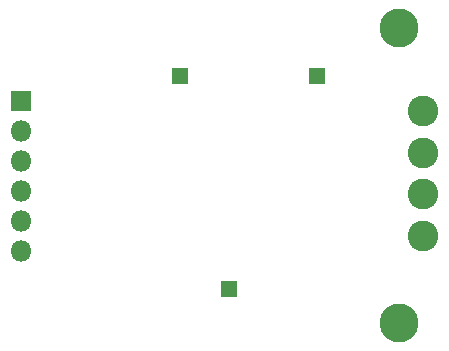
<source format=gbr>
%TF.GenerationSoftware,KiCad,Pcbnew,(5.1.6)-1*%
%TF.CreationDate,2020-11-03T17:55:30-08:00*%
%TF.ProjectId,adc_i2c_iso,6164635f-6932-4635-9f69-736f2e6b6963,rev?*%
%TF.SameCoordinates,Original*%
%TF.FileFunction,Soldermask,Bot*%
%TF.FilePolarity,Negative*%
%FSLAX46Y46*%
G04 Gerber Fmt 4.6, Leading zero omitted, Abs format (unit mm)*
G04 Created by KiCad (PCBNEW (5.1.6)-1) date 2020-11-03 17:55:30*
%MOMM*%
%LPD*%
G01*
G04 APERTURE LIST*
%ADD10R,1.450000X1.450000*%
%ADD11C,3.300000*%
%ADD12R,1.800000X1.800000*%
%ADD13O,1.800000X1.800000*%
%ADD14C,2.600000*%
G04 APERTURE END LIST*
D10*
%TO.C,J4*%
X113413540Y-91600020D03*
%TD*%
%TO.C,J3*%
X117558820Y-109613700D03*
%TD*%
%TO.C,J1*%
X125072140Y-91549220D03*
%TD*%
D11*
%TO.C,REF\u002A\u002A*%
X132000000Y-112500000D03*
%TD*%
%TO.C,REF\u002A\u002A*%
X132000000Y-87500000D03*
%TD*%
D12*
%TO.C,J5*%
X100000000Y-93650000D03*
D13*
X100000000Y-96190000D03*
X100000000Y-98730000D03*
X100000000Y-101270000D03*
X100000000Y-103810000D03*
X100000000Y-106350000D03*
%TD*%
D14*
%TO.C,J2*%
X134000000Y-94579800D03*
X134000000Y-98079800D03*
X134000000Y-101579800D03*
X134000000Y-105079800D03*
%TD*%
M02*

</source>
